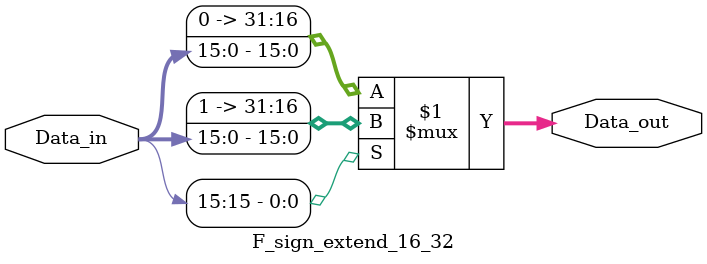
<source format=v>
module F_sign_extend_16_32 (
    input  wire    [15:0]  Data_in,
    output wire    [31:0]  Data_out 
);

    assign Data_out = (Data_in[15]) ? {{16{1'b1}}, Data_in} : {{16{1'b0}}, Data_in};
    
endmodule
</source>
